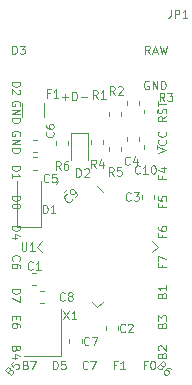
<source format=gto>
G04 #@! TF.GenerationSoftware,KiCad,Pcbnew,(5.1.6)-1*
G04 #@! TF.CreationDate,2020-12-03T15:36:38+08:00*
G04 #@! TF.ProjectId,Alvaro,416c7661-726f-42e6-9b69-6361645f7063,rev?*
G04 #@! TF.SameCoordinates,Original*
G04 #@! TF.FileFunction,Legend,Top*
G04 #@! TF.FilePolarity,Positive*
%FSLAX46Y46*%
G04 Gerber Fmt 4.6, Leading zero omitted, Abs format (unit mm)*
G04 Created by KiCad (PCBNEW (5.1.6)-1) date 2020-12-03 15:36:38*
%MOMM*%
%LPD*%
G01*
G04 APERTURE LIST*
%ADD10C,0.080000*%
%ADD11C,0.120000*%
G04 APERTURE END LIST*
D10*
X27720000Y-31100000D02*
X28253333Y-31100000D01*
X27986666Y-31366666D02*
X27986666Y-30833333D01*
X28586666Y-31366666D02*
X28586666Y-30666666D01*
X28753333Y-30666666D01*
X28853333Y-30700000D01*
X28920000Y-30766666D01*
X28953333Y-30833333D01*
X28986666Y-30966666D01*
X28986666Y-31066666D01*
X28953333Y-31200000D01*
X28920000Y-31266666D01*
X28853333Y-31333333D01*
X28753333Y-31366666D01*
X28586666Y-31366666D01*
X29286666Y-31100000D02*
X29820000Y-31100000D01*
X23287297Y-54261991D02*
X23381578Y-54214851D01*
X23428719Y-54214851D01*
X23499429Y-54238421D01*
X23570140Y-54309132D01*
X23593710Y-54379842D01*
X23593710Y-54426983D01*
X23570140Y-54497693D01*
X23381578Y-54686255D01*
X22886603Y-54191280D01*
X23051595Y-54026289D01*
X23122306Y-54002719D01*
X23169446Y-54002719D01*
X23240157Y-54026289D01*
X23287297Y-54073429D01*
X23310867Y-54144140D01*
X23310867Y-54191280D01*
X23287297Y-54261991D01*
X23122306Y-54426983D01*
X23617280Y-53460603D02*
X23381578Y-53696306D01*
X23593710Y-53955578D01*
X23593710Y-53908438D01*
X23617280Y-53837727D01*
X23735132Y-53719876D01*
X23805842Y-53696306D01*
X23852983Y-53696306D01*
X23923693Y-53719876D01*
X24041544Y-53837727D01*
X24065115Y-53908438D01*
X24065115Y-53955578D01*
X24041544Y-54026289D01*
X23923693Y-54144140D01*
X23852983Y-54167710D01*
X23805842Y-54167710D01*
X23827000Y-52416666D02*
X23793666Y-52516666D01*
X23760333Y-52550000D01*
X23693666Y-52583333D01*
X23593666Y-52583333D01*
X23527000Y-52550000D01*
X23493666Y-52516666D01*
X23460333Y-52450000D01*
X23460333Y-52183333D01*
X24160333Y-52183333D01*
X24160333Y-52416666D01*
X24127000Y-52483333D01*
X24093666Y-52516666D01*
X24027000Y-52550000D01*
X23960333Y-52550000D01*
X23893666Y-52516666D01*
X23860333Y-52483333D01*
X23827000Y-52416666D01*
X23827000Y-52183333D01*
X23927000Y-53183333D02*
X23460333Y-53183333D01*
X24193666Y-53016666D02*
X23693666Y-52850000D01*
X23693666Y-53283333D01*
X23827000Y-49676666D02*
X23827000Y-49910000D01*
X23460333Y-50010000D02*
X23460333Y-49676666D01*
X24160333Y-49676666D01*
X24160333Y-50010000D01*
X24160333Y-50610000D02*
X24160333Y-50476666D01*
X24127000Y-50410000D01*
X24093666Y-50376666D01*
X23993666Y-50310000D01*
X23860333Y-50276666D01*
X23593666Y-50276666D01*
X23527000Y-50310000D01*
X23493666Y-50343333D01*
X23460333Y-50410000D01*
X23460333Y-50543333D01*
X23493666Y-50610000D01*
X23527000Y-50643333D01*
X23593666Y-50676666D01*
X23760333Y-50676666D01*
X23827000Y-50643333D01*
X23860333Y-50610000D01*
X23893666Y-50543333D01*
X23893666Y-50410000D01*
X23860333Y-50343333D01*
X23827000Y-50310000D01*
X23760333Y-50276666D01*
X23460333Y-47357333D02*
X24160333Y-47357333D01*
X24160333Y-47524000D01*
X24127000Y-47624000D01*
X24060333Y-47690666D01*
X23993666Y-47724000D01*
X23860333Y-47757333D01*
X23760333Y-47757333D01*
X23627000Y-47724000D01*
X23560333Y-47690666D01*
X23493666Y-47624000D01*
X23460333Y-47524000D01*
X23460333Y-47357333D01*
X24160333Y-47990666D02*
X24160333Y-48457333D01*
X23460333Y-48157333D01*
X23527000Y-44963333D02*
X23493666Y-44930000D01*
X23460333Y-44830000D01*
X23460333Y-44763333D01*
X23493666Y-44663333D01*
X23560333Y-44596666D01*
X23627000Y-44563333D01*
X23760333Y-44530000D01*
X23860333Y-44530000D01*
X23993666Y-44563333D01*
X24060333Y-44596666D01*
X24127000Y-44663333D01*
X24160333Y-44763333D01*
X24160333Y-44830000D01*
X24127000Y-44930000D01*
X24093666Y-44963333D01*
X24160333Y-45563333D02*
X24160333Y-45430000D01*
X24127000Y-45363333D01*
X24093666Y-45330000D01*
X23993666Y-45263333D01*
X23860333Y-45230000D01*
X23593666Y-45230000D01*
X23527000Y-45263333D01*
X23493666Y-45296666D01*
X23460333Y-45363333D01*
X23460333Y-45496666D01*
X23493666Y-45563333D01*
X23527000Y-45596666D01*
X23593666Y-45630000D01*
X23760333Y-45630000D01*
X23827000Y-45596666D01*
X23860333Y-45563333D01*
X23893666Y-45496666D01*
X23893666Y-45363333D01*
X23860333Y-45296666D01*
X23827000Y-45263333D01*
X23760333Y-45230000D01*
X23460333Y-42023333D02*
X24160333Y-42023333D01*
X24160333Y-42190000D01*
X24127000Y-42290000D01*
X24060333Y-42356666D01*
X23993666Y-42390000D01*
X23860333Y-42423333D01*
X23760333Y-42423333D01*
X23627000Y-42390000D01*
X23560333Y-42356666D01*
X23493666Y-42290000D01*
X23460333Y-42190000D01*
X23460333Y-42023333D01*
X23927000Y-43023333D02*
X23460333Y-43023333D01*
X24193666Y-42856666D02*
X23693666Y-42690000D01*
X23693666Y-43123333D01*
X23460333Y-39483333D02*
X24160333Y-39483333D01*
X24160333Y-39650000D01*
X24127000Y-39750000D01*
X24060333Y-39816666D01*
X23993666Y-39850000D01*
X23860333Y-39883333D01*
X23760333Y-39883333D01*
X23627000Y-39850000D01*
X23560333Y-39816666D01*
X23493666Y-39750000D01*
X23460333Y-39650000D01*
X23460333Y-39483333D01*
X24160333Y-40316666D02*
X24160333Y-40383333D01*
X24127000Y-40450000D01*
X24093666Y-40483333D01*
X24027000Y-40516666D01*
X23893666Y-40550000D01*
X23727000Y-40550000D01*
X23593666Y-40516666D01*
X23527000Y-40483333D01*
X23493666Y-40450000D01*
X23460333Y-40383333D01*
X23460333Y-40316666D01*
X23493666Y-40250000D01*
X23527000Y-40216666D01*
X23593666Y-40183333D01*
X23727000Y-40150000D01*
X23893666Y-40150000D01*
X24027000Y-40183333D01*
X24093666Y-40216666D01*
X24127000Y-40250000D01*
X24160333Y-40316666D01*
X23460333Y-36943333D02*
X24160333Y-36943333D01*
X24160333Y-37110000D01*
X24127000Y-37210000D01*
X24060333Y-37276666D01*
X23993666Y-37310000D01*
X23860333Y-37343333D01*
X23760333Y-37343333D01*
X23627000Y-37310000D01*
X23560333Y-37276666D01*
X23493666Y-37210000D01*
X23460333Y-37110000D01*
X23460333Y-36943333D01*
X23460333Y-38010000D02*
X23460333Y-37610000D01*
X23460333Y-37810000D02*
X24160333Y-37810000D01*
X24060333Y-37743333D01*
X23993666Y-37676666D01*
X23960333Y-37610000D01*
X24127000Y-34386666D02*
X24160333Y-34320000D01*
X24160333Y-34220000D01*
X24127000Y-34120000D01*
X24060333Y-34053333D01*
X23993666Y-34020000D01*
X23860333Y-33986666D01*
X23760333Y-33986666D01*
X23627000Y-34020000D01*
X23560333Y-34053333D01*
X23493666Y-34120000D01*
X23460333Y-34220000D01*
X23460333Y-34286666D01*
X23493666Y-34386666D01*
X23527000Y-34420000D01*
X23760333Y-34420000D01*
X23760333Y-34286666D01*
X23460333Y-34720000D02*
X24160333Y-34720000D01*
X23460333Y-35120000D01*
X24160333Y-35120000D01*
X23460333Y-35453333D02*
X24160333Y-35453333D01*
X24160333Y-35620000D01*
X24127000Y-35720000D01*
X24060333Y-35786666D01*
X23993666Y-35820000D01*
X23860333Y-35853333D01*
X23760333Y-35853333D01*
X23627000Y-35820000D01*
X23560333Y-35786666D01*
X23493666Y-35720000D01*
X23460333Y-35620000D01*
X23460333Y-35453333D01*
X24127000Y-31846666D02*
X24160333Y-31780000D01*
X24160333Y-31680000D01*
X24127000Y-31580000D01*
X24060333Y-31513333D01*
X23993666Y-31480000D01*
X23860333Y-31446666D01*
X23760333Y-31446666D01*
X23627000Y-31480000D01*
X23560333Y-31513333D01*
X23493666Y-31580000D01*
X23460333Y-31680000D01*
X23460333Y-31746666D01*
X23493666Y-31846666D01*
X23527000Y-31880000D01*
X23760333Y-31880000D01*
X23760333Y-31746666D01*
X23460333Y-32180000D02*
X24160333Y-32180000D01*
X23460333Y-32580000D01*
X24160333Y-32580000D01*
X23460333Y-32913333D02*
X24160333Y-32913333D01*
X24160333Y-33080000D01*
X24127000Y-33180000D01*
X24060333Y-33246666D01*
X23993666Y-33280000D01*
X23860333Y-33313333D01*
X23760333Y-33313333D01*
X23627000Y-33280000D01*
X23560333Y-33246666D01*
X23493666Y-33180000D01*
X23460333Y-33080000D01*
X23460333Y-32913333D01*
X23460333Y-29831333D02*
X24160333Y-29831333D01*
X24160333Y-29998000D01*
X24127000Y-30098000D01*
X24060333Y-30164666D01*
X23993666Y-30198000D01*
X23860333Y-30231333D01*
X23760333Y-30231333D01*
X23627000Y-30198000D01*
X23560333Y-30164666D01*
X23493666Y-30098000D01*
X23460333Y-29998000D01*
X23460333Y-29831333D01*
X24093666Y-30498000D02*
X24127000Y-30531333D01*
X24160333Y-30598000D01*
X24160333Y-30764666D01*
X24127000Y-30831333D01*
X24093666Y-30864666D01*
X24027000Y-30898000D01*
X23960333Y-30898000D01*
X23860333Y-30864666D01*
X23460333Y-30464666D01*
X23460333Y-30898000D01*
X23508333Y-27466666D02*
X23508333Y-26766666D01*
X23675000Y-26766666D01*
X23775000Y-26800000D01*
X23841666Y-26866666D01*
X23875000Y-26933333D01*
X23908333Y-27066666D01*
X23908333Y-27166666D01*
X23875000Y-27300000D01*
X23841666Y-27366666D01*
X23775000Y-27433333D01*
X23675000Y-27466666D01*
X23508333Y-27466666D01*
X24141666Y-26766666D02*
X24575000Y-26766666D01*
X24341666Y-27033333D01*
X24441666Y-27033333D01*
X24508333Y-27066666D01*
X24541666Y-27100000D01*
X24575000Y-27166666D01*
X24575000Y-27333333D01*
X24541666Y-27400000D01*
X24508333Y-27433333D01*
X24441666Y-27466666D01*
X24241666Y-27466666D01*
X24175000Y-27433333D01*
X24141666Y-27400000D01*
X35136667Y-27469666D02*
X34903334Y-27136333D01*
X34736667Y-27469666D02*
X34736667Y-26769666D01*
X35003334Y-26769666D01*
X35070001Y-26803000D01*
X35103334Y-26836333D01*
X35136667Y-26903000D01*
X35136667Y-27003000D01*
X35103334Y-27069666D01*
X35070001Y-27103000D01*
X35003334Y-27136333D01*
X34736667Y-27136333D01*
X35403334Y-27269666D02*
X35736667Y-27269666D01*
X35336667Y-27469666D02*
X35570001Y-26769666D01*
X35803334Y-27469666D01*
X35970001Y-26769666D02*
X36136667Y-27469666D01*
X36270001Y-26969666D01*
X36403334Y-27469666D01*
X36570001Y-26769666D01*
X35036666Y-29800000D02*
X34970000Y-29766666D01*
X34870000Y-29766666D01*
X34770000Y-29800000D01*
X34703333Y-29866666D01*
X34670000Y-29933333D01*
X34636666Y-30066666D01*
X34636666Y-30166666D01*
X34670000Y-30300000D01*
X34703333Y-30366666D01*
X34770000Y-30433333D01*
X34870000Y-30466666D01*
X34936666Y-30466666D01*
X35036666Y-30433333D01*
X35070000Y-30400000D01*
X35070000Y-30166666D01*
X34936666Y-30166666D01*
X35370000Y-30466666D02*
X35370000Y-29766666D01*
X35770000Y-30466666D01*
X35770000Y-29766666D01*
X36103333Y-30466666D02*
X36103333Y-29766666D01*
X36270000Y-29766666D01*
X36370000Y-29800000D01*
X36436666Y-29866666D01*
X36470000Y-29933333D01*
X36503333Y-30066666D01*
X36503333Y-30166666D01*
X36470000Y-30300000D01*
X36436666Y-30366666D01*
X36370000Y-30433333D01*
X36270000Y-30466666D01*
X36103333Y-30466666D01*
X36539666Y-32763333D02*
X36206333Y-32996666D01*
X36539666Y-33163333D02*
X35839666Y-33163333D01*
X35839666Y-32896666D01*
X35873000Y-32830000D01*
X35906333Y-32796666D01*
X35973000Y-32763333D01*
X36073000Y-32763333D01*
X36139666Y-32796666D01*
X36173000Y-32830000D01*
X36206333Y-32896666D01*
X36206333Y-33163333D01*
X36506333Y-32496666D02*
X36539666Y-32396666D01*
X36539666Y-32230000D01*
X36506333Y-32163333D01*
X36473000Y-32130000D01*
X36406333Y-32096666D01*
X36339666Y-32096666D01*
X36273000Y-32130000D01*
X36239666Y-32163333D01*
X36206333Y-32230000D01*
X36173000Y-32363333D01*
X36139666Y-32430000D01*
X36106333Y-32463333D01*
X36039666Y-32496666D01*
X35973000Y-32496666D01*
X35906333Y-32463333D01*
X35873000Y-32430000D01*
X35839666Y-32363333D01*
X35839666Y-32196666D01*
X35873000Y-32096666D01*
X35839666Y-31896666D02*
X35839666Y-31496666D01*
X36539666Y-31696666D02*
X35839666Y-31696666D01*
X35839666Y-35853333D02*
X36539666Y-35620000D01*
X35839666Y-35386666D01*
X36473000Y-34753333D02*
X36506333Y-34786666D01*
X36539666Y-34886666D01*
X36539666Y-34953333D01*
X36506333Y-35053333D01*
X36439666Y-35120000D01*
X36373000Y-35153333D01*
X36239666Y-35186666D01*
X36139666Y-35186666D01*
X36006333Y-35153333D01*
X35939666Y-35120000D01*
X35873000Y-35053333D01*
X35839666Y-34953333D01*
X35839666Y-34886666D01*
X35873000Y-34786666D01*
X35906333Y-34753333D01*
X36473000Y-34053333D02*
X36506333Y-34086666D01*
X36539666Y-34186666D01*
X36539666Y-34253333D01*
X36506333Y-34353333D01*
X36439666Y-34420000D01*
X36373000Y-34453333D01*
X36239666Y-34486666D01*
X36139666Y-34486666D01*
X36006333Y-34453333D01*
X35939666Y-34420000D01*
X35873000Y-34353333D01*
X35839666Y-34253333D01*
X35839666Y-34186666D01*
X35873000Y-34086666D01*
X35906333Y-34053333D01*
X36173000Y-37820333D02*
X36173000Y-38053666D01*
X36539666Y-38053666D02*
X35839666Y-38053666D01*
X35839666Y-37720333D01*
X36073000Y-37153666D02*
X36539666Y-37153666D01*
X35806333Y-37320333D02*
X36306333Y-37487000D01*
X36306333Y-37053666D01*
X36173000Y-40233333D02*
X36173000Y-40466666D01*
X36539666Y-40466666D02*
X35839666Y-40466666D01*
X35839666Y-40133333D01*
X35839666Y-39533333D02*
X35839666Y-39866666D01*
X36173000Y-39900000D01*
X36139666Y-39866666D01*
X36106333Y-39800000D01*
X36106333Y-39633333D01*
X36139666Y-39566666D01*
X36173000Y-39533333D01*
X36239666Y-39500000D01*
X36406333Y-39500000D01*
X36473000Y-39533333D01*
X36506333Y-39566666D01*
X36539666Y-39633333D01*
X36539666Y-39800000D01*
X36506333Y-39866666D01*
X36473000Y-39900000D01*
X36173000Y-42773333D02*
X36173000Y-43006666D01*
X36539666Y-43006666D02*
X35839666Y-43006666D01*
X35839666Y-42673333D01*
X35839666Y-42106666D02*
X35839666Y-42240000D01*
X35873000Y-42306666D01*
X35906333Y-42340000D01*
X36006333Y-42406666D01*
X36139666Y-42440000D01*
X36406333Y-42440000D01*
X36473000Y-42406666D01*
X36506333Y-42373333D01*
X36539666Y-42306666D01*
X36539666Y-42173333D01*
X36506333Y-42106666D01*
X36473000Y-42073333D01*
X36406333Y-42040000D01*
X36239666Y-42040000D01*
X36173000Y-42073333D01*
X36139666Y-42106666D01*
X36106333Y-42173333D01*
X36106333Y-42306666D01*
X36139666Y-42373333D01*
X36173000Y-42406666D01*
X36239666Y-42440000D01*
X36173000Y-45313333D02*
X36173000Y-45546666D01*
X36539666Y-45546666D02*
X35839666Y-45546666D01*
X35839666Y-45213333D01*
X35839666Y-45013333D02*
X35839666Y-44546666D01*
X36539666Y-44846666D01*
X36173000Y-47903333D02*
X36206333Y-47803333D01*
X36239666Y-47770000D01*
X36306333Y-47736666D01*
X36406333Y-47736666D01*
X36473000Y-47770000D01*
X36506333Y-47803333D01*
X36539666Y-47870000D01*
X36539666Y-48136666D01*
X35839666Y-48136666D01*
X35839666Y-47903333D01*
X35873000Y-47836666D01*
X35906333Y-47803333D01*
X35973000Y-47770000D01*
X36039666Y-47770000D01*
X36106333Y-47803333D01*
X36139666Y-47836666D01*
X36173000Y-47903333D01*
X36173000Y-48136666D01*
X36539666Y-47070000D02*
X36539666Y-47470000D01*
X36539666Y-47270000D02*
X35839666Y-47270000D01*
X35939666Y-47336666D01*
X36006333Y-47403333D01*
X36039666Y-47470000D01*
X36173000Y-50443333D02*
X36206333Y-50343333D01*
X36239666Y-50310000D01*
X36306333Y-50276666D01*
X36406333Y-50276666D01*
X36473000Y-50310000D01*
X36506333Y-50343333D01*
X36539666Y-50410000D01*
X36539666Y-50676666D01*
X35839666Y-50676666D01*
X35839666Y-50443333D01*
X35873000Y-50376666D01*
X35906333Y-50343333D01*
X35973000Y-50310000D01*
X36039666Y-50310000D01*
X36106333Y-50343333D01*
X36139666Y-50376666D01*
X36173000Y-50443333D01*
X36173000Y-50676666D01*
X35839666Y-50043333D02*
X35839666Y-49610000D01*
X36106333Y-49843333D01*
X36106333Y-49743333D01*
X36139666Y-49676666D01*
X36173000Y-49643333D01*
X36239666Y-49610000D01*
X36406333Y-49610000D01*
X36473000Y-49643333D01*
X36506333Y-49676666D01*
X36539666Y-49743333D01*
X36539666Y-49943333D01*
X36506333Y-50010000D01*
X36473000Y-50043333D01*
X36173000Y-52983333D02*
X36206333Y-52883333D01*
X36239666Y-52850000D01*
X36306333Y-52816666D01*
X36406333Y-52816666D01*
X36473000Y-52850000D01*
X36506333Y-52883333D01*
X36539666Y-52950000D01*
X36539666Y-53216666D01*
X35839666Y-53216666D01*
X35839666Y-52983333D01*
X35873000Y-52916666D01*
X35906333Y-52883333D01*
X35973000Y-52850000D01*
X36039666Y-52850000D01*
X36106333Y-52883333D01*
X36139666Y-52916666D01*
X36173000Y-52983333D01*
X36173000Y-53216666D01*
X35906333Y-52550000D02*
X35873000Y-52516666D01*
X35839666Y-52450000D01*
X35839666Y-52283333D01*
X35873000Y-52216666D01*
X35906333Y-52183333D01*
X35973000Y-52150000D01*
X36039666Y-52150000D01*
X36139666Y-52183333D01*
X36539666Y-52583333D01*
X36539666Y-52150000D01*
X36185008Y-53861297D02*
X36232148Y-53955578D01*
X36232148Y-54002719D01*
X36208578Y-54073429D01*
X36137867Y-54144140D01*
X36067157Y-54167710D01*
X36020016Y-54167710D01*
X35949306Y-54144140D01*
X35760744Y-53955578D01*
X36255719Y-53460603D01*
X36420710Y-53625595D01*
X36444280Y-53696306D01*
X36444280Y-53743446D01*
X36420710Y-53814157D01*
X36373570Y-53861297D01*
X36302859Y-53884867D01*
X36255719Y-53884867D01*
X36185008Y-53861297D01*
X36020016Y-53696306D01*
X36962825Y-54167710D02*
X36868544Y-54073429D01*
X36797834Y-54049859D01*
X36750693Y-54049859D01*
X36632842Y-54073429D01*
X36514991Y-54144140D01*
X36326429Y-54332702D01*
X36302859Y-54403412D01*
X36302859Y-54450553D01*
X36326429Y-54521264D01*
X36420710Y-54615544D01*
X36491421Y-54639115D01*
X36538561Y-54639115D01*
X36609272Y-54615544D01*
X36727123Y-54497693D01*
X36750693Y-54426983D01*
X36750693Y-54379842D01*
X36727123Y-54309132D01*
X36632842Y-54214851D01*
X36562132Y-54191280D01*
X36514991Y-54191280D01*
X36444280Y-54214851D01*
X34846666Y-53793000D02*
X34613333Y-53793000D01*
X34613333Y-54159666D02*
X34613333Y-53459666D01*
X34946666Y-53459666D01*
X35346666Y-53459666D02*
X35413333Y-53459666D01*
X35480000Y-53493000D01*
X35513333Y-53526333D01*
X35546666Y-53593000D01*
X35580000Y-53726333D01*
X35580000Y-53893000D01*
X35546666Y-54026333D01*
X35513333Y-54093000D01*
X35480000Y-54126333D01*
X35413333Y-54159666D01*
X35346666Y-54159666D01*
X35280000Y-54126333D01*
X35246666Y-54093000D01*
X35213333Y-54026333D01*
X35180000Y-53893000D01*
X35180000Y-53726333D01*
X35213333Y-53593000D01*
X35246666Y-53526333D01*
X35280000Y-53493000D01*
X35346666Y-53459666D01*
X32306666Y-53793000D02*
X32073333Y-53793000D01*
X32073333Y-54159666D02*
X32073333Y-53459666D01*
X32406666Y-53459666D01*
X33040000Y-54159666D02*
X32640000Y-54159666D01*
X32840000Y-54159666D02*
X32840000Y-53459666D01*
X32773333Y-53559666D01*
X32706666Y-53626333D01*
X32640000Y-53659666D01*
X29883333Y-54093000D02*
X29850000Y-54126333D01*
X29750000Y-54159666D01*
X29683333Y-54159666D01*
X29583333Y-54126333D01*
X29516666Y-54059666D01*
X29483333Y-53993000D01*
X29450000Y-53859666D01*
X29450000Y-53759666D01*
X29483333Y-53626333D01*
X29516666Y-53559666D01*
X29583333Y-53493000D01*
X29683333Y-53459666D01*
X29750000Y-53459666D01*
X29850000Y-53493000D01*
X29883333Y-53526333D01*
X30116666Y-53459666D02*
X30583333Y-53459666D01*
X30283333Y-54159666D01*
X26943333Y-54159666D02*
X26943333Y-53459666D01*
X27110000Y-53459666D01*
X27210000Y-53493000D01*
X27276666Y-53559666D01*
X27310000Y-53626333D01*
X27343333Y-53759666D01*
X27343333Y-53859666D01*
X27310000Y-53993000D01*
X27276666Y-54059666D01*
X27210000Y-54126333D01*
X27110000Y-54159666D01*
X26943333Y-54159666D01*
X27976666Y-53459666D02*
X27643333Y-53459666D01*
X27610000Y-53793000D01*
X27643333Y-53759666D01*
X27710000Y-53726333D01*
X27876666Y-53726333D01*
X27943333Y-53759666D01*
X27976666Y-53793000D01*
X28010000Y-53859666D01*
X28010000Y-54026333D01*
X27976666Y-54093000D01*
X27943333Y-54126333D01*
X27876666Y-54159666D01*
X27710000Y-54159666D01*
X27643333Y-54126333D01*
X27610000Y-54093000D01*
X24636666Y-53793000D02*
X24736666Y-53826333D01*
X24770000Y-53859666D01*
X24803333Y-53926333D01*
X24803333Y-54026333D01*
X24770000Y-54093000D01*
X24736666Y-54126333D01*
X24670000Y-54159666D01*
X24403333Y-54159666D01*
X24403333Y-53459666D01*
X24636666Y-53459666D01*
X24703333Y-53493000D01*
X24736666Y-53526333D01*
X24770000Y-53593000D01*
X24770000Y-53659666D01*
X24736666Y-53726333D01*
X24703333Y-53759666D01*
X24636666Y-53793000D01*
X24403333Y-53793000D01*
X25036666Y-53459666D02*
X25503333Y-53459666D01*
X25203333Y-54159666D01*
D11*
X27650000Y-53049000D02*
X27650000Y-49049000D01*
X24450000Y-53049000D02*
X27650000Y-53049000D01*
D10*
X30700000Y-38680547D02*
X31173762Y-39154308D01*
X25580547Y-43800000D02*
X26054308Y-43326238D01*
X25580547Y-43800000D02*
X26054308Y-44273762D01*
X35819453Y-43800000D02*
X35345692Y-43326238D01*
X35819453Y-43800000D02*
X35345692Y-44273762D01*
X30700000Y-48919453D02*
X30226238Y-48445692D01*
X30700000Y-48919453D02*
X31173762Y-48445692D01*
D11*
X28465000Y-34165000D02*
X28465000Y-36450000D01*
X29935000Y-34165000D02*
X28465000Y-34165000D01*
X29935000Y-36450000D02*
X29935000Y-34165000D01*
D10*
X25612779Y-37260000D02*
X25287221Y-37260000D01*
X25612779Y-36240000D02*
X25287221Y-36240000D01*
X35710000Y-35512779D02*
X35710000Y-35187221D01*
X34690000Y-35512779D02*
X34690000Y-35187221D01*
D11*
X26180000Y-32802064D02*
X26180000Y-31597936D01*
X24360000Y-32802064D02*
X24360000Y-31597936D01*
X23900000Y-42100000D02*
X23900000Y-38200000D01*
X25900000Y-42100000D02*
X25900000Y-38200000D01*
X23900000Y-42100000D02*
X25900000Y-42100000D01*
D10*
X27190000Y-35162779D02*
X27190000Y-34837221D01*
X28210000Y-35162779D02*
X28210000Y-34837221D01*
X32710000Y-35712779D02*
X32710000Y-35387221D01*
X31690000Y-35712779D02*
X31690000Y-35387221D01*
X31210000Y-35062779D02*
X31210000Y-34737221D01*
X30190000Y-35062779D02*
X30190000Y-34737221D01*
X35710000Y-32187221D02*
X35710000Y-32512779D01*
X34690000Y-32187221D02*
X34690000Y-32512779D01*
X34210000Y-31812779D02*
X34210000Y-31487221D01*
X33190000Y-31812779D02*
X33190000Y-31487221D01*
X32710000Y-32712779D02*
X32710000Y-32387221D01*
X31690000Y-32712779D02*
X31690000Y-32387221D01*
X27895522Y-39175727D02*
X28125727Y-38945522D01*
X27174273Y-38454478D02*
X27404478Y-38224273D01*
X25837221Y-48560000D02*
X26162779Y-48560000D01*
X25837221Y-47540000D02*
X26162779Y-47540000D01*
X28340000Y-51962779D02*
X28340000Y-51637221D01*
X29360000Y-51962779D02*
X29360000Y-51637221D01*
X25612779Y-34740000D02*
X25287221Y-34740000D01*
X25612779Y-35760000D02*
X25287221Y-35760000D01*
X34210000Y-34812779D02*
X34210000Y-34487221D01*
X33190000Y-34812779D02*
X33190000Y-34487221D01*
X35460000Y-39424721D02*
X35460000Y-39750279D01*
X34440000Y-39424721D02*
X34440000Y-39750279D01*
X32435000Y-50537221D02*
X32435000Y-50862779D01*
X31415000Y-50537221D02*
X31415000Y-50862779D01*
X25512779Y-47060000D02*
X25187221Y-47060000D01*
X25512779Y-46040000D02*
X25187221Y-46040000D01*
X36916666Y-23716666D02*
X36916666Y-24216666D01*
X36883333Y-24316666D01*
X36816666Y-24383333D01*
X36716666Y-24416666D01*
X36650000Y-24416666D01*
X37250000Y-24416666D02*
X37250000Y-23716666D01*
X37516666Y-23716666D01*
X37583333Y-23750000D01*
X37616666Y-23783333D01*
X37650000Y-23850000D01*
X37650000Y-23950000D01*
X37616666Y-24016666D01*
X37583333Y-24050000D01*
X37516666Y-24083333D01*
X37250000Y-24083333D01*
X38316666Y-24416666D02*
X37916666Y-24416666D01*
X38116666Y-24416666D02*
X38116666Y-23716666D01*
X38050000Y-23816666D01*
X37983333Y-23883333D01*
X37916666Y-23916666D01*
X27833333Y-49215666D02*
X28300000Y-49915666D01*
X28300000Y-49215666D02*
X27833333Y-49915666D01*
X28933333Y-49915666D02*
X28533333Y-49915666D01*
X28733333Y-49915666D02*
X28733333Y-49215666D01*
X28666666Y-49315666D01*
X28600000Y-49382333D01*
X28533333Y-49415666D01*
X24291666Y-43416666D02*
X24291666Y-43983333D01*
X24325000Y-44050000D01*
X24358333Y-44083333D01*
X24425000Y-44116666D01*
X24558333Y-44116666D01*
X24625000Y-44083333D01*
X24658333Y-44050000D01*
X24691666Y-43983333D01*
X24691666Y-43416666D01*
X25391666Y-44116666D02*
X24991666Y-44116666D01*
X25191666Y-44116666D02*
X25191666Y-43416666D01*
X25125000Y-43516666D01*
X25058333Y-43583333D01*
X24991666Y-43616666D01*
X28933333Y-37866666D02*
X28933333Y-37166666D01*
X29100000Y-37166666D01*
X29200000Y-37200000D01*
X29266666Y-37266666D01*
X29300000Y-37333333D01*
X29333333Y-37466666D01*
X29333333Y-37566666D01*
X29300000Y-37700000D01*
X29266666Y-37766666D01*
X29200000Y-37833333D01*
X29100000Y-37866666D01*
X28933333Y-37866666D01*
X29600000Y-37233333D02*
X29633333Y-37200000D01*
X29700000Y-37166666D01*
X29866666Y-37166666D01*
X29933333Y-37200000D01*
X29966666Y-37233333D01*
X30000000Y-37300000D01*
X30000000Y-37366666D01*
X29966666Y-37466666D01*
X29566666Y-37866666D01*
X30000000Y-37866666D01*
X26583333Y-38250000D02*
X26550000Y-38283333D01*
X26450000Y-38316666D01*
X26383333Y-38316666D01*
X26283333Y-38283333D01*
X26216666Y-38216666D01*
X26183333Y-38150000D01*
X26150000Y-38016666D01*
X26150000Y-37916666D01*
X26183333Y-37783333D01*
X26216666Y-37716666D01*
X26283333Y-37650000D01*
X26383333Y-37616666D01*
X26450000Y-37616666D01*
X26550000Y-37650000D01*
X26583333Y-37683333D01*
X27216666Y-37616666D02*
X26883333Y-37616666D01*
X26850000Y-37950000D01*
X26883333Y-37916666D01*
X26950000Y-37883333D01*
X27116666Y-37883333D01*
X27183333Y-37916666D01*
X27216666Y-37950000D01*
X27250000Y-38016666D01*
X27250000Y-38183333D01*
X27216666Y-38250000D01*
X27183333Y-38283333D01*
X27116666Y-38316666D01*
X26950000Y-38316666D01*
X26883333Y-38283333D01*
X26850000Y-38250000D01*
X34300000Y-37550000D02*
X34266666Y-37583333D01*
X34166666Y-37616666D01*
X34100000Y-37616666D01*
X34000000Y-37583333D01*
X33933333Y-37516666D01*
X33900000Y-37450000D01*
X33866666Y-37316666D01*
X33866666Y-37216666D01*
X33900000Y-37083333D01*
X33933333Y-37016666D01*
X34000000Y-36950000D01*
X34100000Y-36916666D01*
X34166666Y-36916666D01*
X34266666Y-36950000D01*
X34300000Y-36983333D01*
X34966666Y-37616666D02*
X34566666Y-37616666D01*
X34766666Y-37616666D02*
X34766666Y-36916666D01*
X34700000Y-37016666D01*
X34633333Y-37083333D01*
X34566666Y-37116666D01*
X35400000Y-36916666D02*
X35466666Y-36916666D01*
X35533333Y-36950000D01*
X35566666Y-36983333D01*
X35600000Y-37050000D01*
X35633333Y-37183333D01*
X35633333Y-37350000D01*
X35600000Y-37483333D01*
X35566666Y-37550000D01*
X35533333Y-37583333D01*
X35466666Y-37616666D01*
X35400000Y-37616666D01*
X35333333Y-37583333D01*
X35300000Y-37550000D01*
X35266666Y-37483333D01*
X35233333Y-37350000D01*
X35233333Y-37183333D01*
X35266666Y-37050000D01*
X35300000Y-36983333D01*
X35333333Y-36950000D01*
X35400000Y-36916666D01*
X26666666Y-30800000D02*
X26433333Y-30800000D01*
X26433333Y-31166666D02*
X26433333Y-30466666D01*
X26766666Y-30466666D01*
X27400000Y-31166666D02*
X27000000Y-31166666D01*
X27200000Y-31166666D02*
X27200000Y-30466666D01*
X27133333Y-30566666D01*
X27066666Y-30633333D01*
X27000000Y-30666666D01*
X26083333Y-40966666D02*
X26083333Y-40266666D01*
X26250000Y-40266666D01*
X26350000Y-40300000D01*
X26416666Y-40366666D01*
X26450000Y-40433333D01*
X26483333Y-40566666D01*
X26483333Y-40666666D01*
X26450000Y-40800000D01*
X26416666Y-40866666D01*
X26350000Y-40933333D01*
X26250000Y-40966666D01*
X26083333Y-40966666D01*
X27150000Y-40966666D02*
X26750000Y-40966666D01*
X26950000Y-40966666D02*
X26950000Y-40266666D01*
X26883333Y-40366666D01*
X26816666Y-40433333D01*
X26750000Y-40466666D01*
X27583333Y-37266666D02*
X27350000Y-36933333D01*
X27183333Y-37266666D02*
X27183333Y-36566666D01*
X27450000Y-36566666D01*
X27516666Y-36600000D01*
X27550000Y-36633333D01*
X27583333Y-36700000D01*
X27583333Y-36800000D01*
X27550000Y-36866666D01*
X27516666Y-36900000D01*
X27450000Y-36933333D01*
X27183333Y-36933333D01*
X28183333Y-36566666D02*
X28050000Y-36566666D01*
X27983333Y-36600000D01*
X27950000Y-36633333D01*
X27883333Y-36733333D01*
X27850000Y-36866666D01*
X27850000Y-37133333D01*
X27883333Y-37200000D01*
X27916666Y-37233333D01*
X27983333Y-37266666D01*
X28116666Y-37266666D01*
X28183333Y-37233333D01*
X28216666Y-37200000D01*
X28250000Y-37133333D01*
X28250000Y-36966666D01*
X28216666Y-36900000D01*
X28183333Y-36866666D01*
X28116666Y-36833333D01*
X27983333Y-36833333D01*
X27916666Y-36866666D01*
X27883333Y-36900000D01*
X27850000Y-36966666D01*
X32083333Y-37766666D02*
X31850000Y-37433333D01*
X31683333Y-37766666D02*
X31683333Y-37066666D01*
X31950000Y-37066666D01*
X32016666Y-37100000D01*
X32050000Y-37133333D01*
X32083333Y-37200000D01*
X32083333Y-37300000D01*
X32050000Y-37366666D01*
X32016666Y-37400000D01*
X31950000Y-37433333D01*
X31683333Y-37433333D01*
X32716666Y-37066666D02*
X32383333Y-37066666D01*
X32350000Y-37400000D01*
X32383333Y-37366666D01*
X32450000Y-37333333D01*
X32616666Y-37333333D01*
X32683333Y-37366666D01*
X32716666Y-37400000D01*
X32750000Y-37466666D01*
X32750000Y-37633333D01*
X32716666Y-37700000D01*
X32683333Y-37733333D01*
X32616666Y-37766666D01*
X32450000Y-37766666D01*
X32383333Y-37733333D01*
X32350000Y-37700000D01*
X30583333Y-37116666D02*
X30350000Y-36783333D01*
X30183333Y-37116666D02*
X30183333Y-36416666D01*
X30450000Y-36416666D01*
X30516666Y-36450000D01*
X30550000Y-36483333D01*
X30583333Y-36550000D01*
X30583333Y-36650000D01*
X30550000Y-36716666D01*
X30516666Y-36750000D01*
X30450000Y-36783333D01*
X30183333Y-36783333D01*
X31183333Y-36650000D02*
X31183333Y-37116666D01*
X31016666Y-36383333D02*
X30850000Y-36883333D01*
X31283333Y-36883333D01*
X36383333Y-31466666D02*
X36150000Y-31133333D01*
X35983333Y-31466666D02*
X35983333Y-30766666D01*
X36250000Y-30766666D01*
X36316666Y-30800000D01*
X36350000Y-30833333D01*
X36383333Y-30900000D01*
X36383333Y-31000000D01*
X36350000Y-31066666D01*
X36316666Y-31100000D01*
X36250000Y-31133333D01*
X35983333Y-31133333D01*
X36616666Y-30766666D02*
X37050000Y-30766666D01*
X36816666Y-31033333D01*
X36916666Y-31033333D01*
X36983333Y-31066666D01*
X37016666Y-31100000D01*
X37050000Y-31166666D01*
X37050000Y-31333333D01*
X37016666Y-31400000D01*
X36983333Y-31433333D01*
X36916666Y-31466666D01*
X36716666Y-31466666D01*
X36650000Y-31433333D01*
X36616666Y-31400000D01*
X32183333Y-30916666D02*
X31950000Y-30583333D01*
X31783333Y-30916666D02*
X31783333Y-30216666D01*
X32050000Y-30216666D01*
X32116666Y-30250000D01*
X32150000Y-30283333D01*
X32183333Y-30350000D01*
X32183333Y-30450000D01*
X32150000Y-30516666D01*
X32116666Y-30550000D01*
X32050000Y-30583333D01*
X31783333Y-30583333D01*
X32450000Y-30283333D02*
X32483333Y-30250000D01*
X32550000Y-30216666D01*
X32716666Y-30216666D01*
X32783333Y-30250000D01*
X32816666Y-30283333D01*
X32850000Y-30350000D01*
X32850000Y-30416666D01*
X32816666Y-30516666D01*
X32416666Y-30916666D01*
X32850000Y-30916666D01*
X30733333Y-31266666D02*
X30500000Y-30933333D01*
X30333333Y-31266666D02*
X30333333Y-30566666D01*
X30600000Y-30566666D01*
X30666666Y-30600000D01*
X30700000Y-30633333D01*
X30733333Y-30700000D01*
X30733333Y-30800000D01*
X30700000Y-30866666D01*
X30666666Y-30900000D01*
X30600000Y-30933333D01*
X30333333Y-30933333D01*
X31400000Y-31266666D02*
X31000000Y-31266666D01*
X31200000Y-31266666D02*
X31200000Y-30566666D01*
X31133333Y-30666666D01*
X31066666Y-30733333D01*
X31000000Y-30766666D01*
X28544280Y-39759272D02*
X28544280Y-39806412D01*
X28497140Y-39900693D01*
X28450000Y-39947834D01*
X28355719Y-39994974D01*
X28261438Y-39994974D01*
X28190727Y-39971404D01*
X28072876Y-39900693D01*
X28002165Y-39829983D01*
X27931455Y-39712132D01*
X27907884Y-39641421D01*
X27907884Y-39547140D01*
X27955025Y-39452859D01*
X28002165Y-39405719D01*
X28096446Y-39358578D01*
X28143587Y-39358578D01*
X28827123Y-39570710D02*
X28921404Y-39476429D01*
X28944974Y-39405719D01*
X28944974Y-39358578D01*
X28921404Y-39240727D01*
X28850693Y-39122876D01*
X28662132Y-38934314D01*
X28591421Y-38910744D01*
X28544280Y-38910744D01*
X28473570Y-38934314D01*
X28379289Y-39028595D01*
X28355719Y-39099306D01*
X28355719Y-39146446D01*
X28379289Y-39217157D01*
X28497140Y-39335008D01*
X28567851Y-39358578D01*
X28614991Y-39358578D01*
X28685702Y-39335008D01*
X28779983Y-39240727D01*
X28803553Y-39170016D01*
X28803553Y-39122876D01*
X28779983Y-39052165D01*
X27933333Y-48300000D02*
X27900000Y-48333333D01*
X27800000Y-48366666D01*
X27733333Y-48366666D01*
X27633333Y-48333333D01*
X27566666Y-48266666D01*
X27533333Y-48200000D01*
X27500000Y-48066666D01*
X27500000Y-47966666D01*
X27533333Y-47833333D01*
X27566666Y-47766666D01*
X27633333Y-47700000D01*
X27733333Y-47666666D01*
X27800000Y-47666666D01*
X27900000Y-47700000D01*
X27933333Y-47733333D01*
X28333333Y-47966666D02*
X28266666Y-47933333D01*
X28233333Y-47900000D01*
X28200000Y-47833333D01*
X28200000Y-47800000D01*
X28233333Y-47733333D01*
X28266666Y-47700000D01*
X28333333Y-47666666D01*
X28466666Y-47666666D01*
X28533333Y-47700000D01*
X28566666Y-47733333D01*
X28600000Y-47800000D01*
X28600000Y-47833333D01*
X28566666Y-47900000D01*
X28533333Y-47933333D01*
X28466666Y-47966666D01*
X28333333Y-47966666D01*
X28266666Y-48000000D01*
X28233333Y-48033333D01*
X28200000Y-48100000D01*
X28200000Y-48233333D01*
X28233333Y-48300000D01*
X28266666Y-48333333D01*
X28333333Y-48366666D01*
X28466666Y-48366666D01*
X28533333Y-48333333D01*
X28566666Y-48300000D01*
X28600000Y-48233333D01*
X28600000Y-48100000D01*
X28566666Y-48033333D01*
X28533333Y-48000000D01*
X28466666Y-47966666D01*
X29983333Y-52050000D02*
X29950000Y-52083333D01*
X29850000Y-52116666D01*
X29783333Y-52116666D01*
X29683333Y-52083333D01*
X29616666Y-52016666D01*
X29583333Y-51950000D01*
X29550000Y-51816666D01*
X29550000Y-51716666D01*
X29583333Y-51583333D01*
X29616666Y-51516666D01*
X29683333Y-51450000D01*
X29783333Y-51416666D01*
X29850000Y-51416666D01*
X29950000Y-51450000D01*
X29983333Y-51483333D01*
X30216666Y-51416666D02*
X30683333Y-51416666D01*
X30383333Y-52116666D01*
X26950000Y-34066666D02*
X26983333Y-34100000D01*
X27016666Y-34200000D01*
X27016666Y-34266666D01*
X26983333Y-34366666D01*
X26916666Y-34433333D01*
X26850000Y-34466666D01*
X26716666Y-34500000D01*
X26616666Y-34500000D01*
X26483333Y-34466666D01*
X26416666Y-34433333D01*
X26350000Y-34366666D01*
X26316666Y-34266666D01*
X26316666Y-34200000D01*
X26350000Y-34100000D01*
X26383333Y-34066666D01*
X26316666Y-33466666D02*
X26316666Y-33600000D01*
X26350000Y-33666666D01*
X26383333Y-33700000D01*
X26483333Y-33766666D01*
X26616666Y-33800000D01*
X26883333Y-33800000D01*
X26950000Y-33766666D01*
X26983333Y-33733333D01*
X27016666Y-33666666D01*
X27016666Y-33533333D01*
X26983333Y-33466666D01*
X26950000Y-33433333D01*
X26883333Y-33400000D01*
X26716666Y-33400000D01*
X26650000Y-33433333D01*
X26616666Y-33466666D01*
X26583333Y-33533333D01*
X26583333Y-33666666D01*
X26616666Y-33733333D01*
X26650000Y-33766666D01*
X26716666Y-33800000D01*
X33433333Y-36800000D02*
X33400000Y-36833333D01*
X33300000Y-36866666D01*
X33233333Y-36866666D01*
X33133333Y-36833333D01*
X33066666Y-36766666D01*
X33033333Y-36700000D01*
X33000000Y-36566666D01*
X33000000Y-36466666D01*
X33033333Y-36333333D01*
X33066666Y-36266666D01*
X33133333Y-36200000D01*
X33233333Y-36166666D01*
X33300000Y-36166666D01*
X33400000Y-36200000D01*
X33433333Y-36233333D01*
X34033333Y-36400000D02*
X34033333Y-36866666D01*
X33866666Y-36133333D02*
X33700000Y-36633333D01*
X34133333Y-36633333D01*
X33533333Y-39837500D02*
X33500000Y-39870833D01*
X33400000Y-39904166D01*
X33333333Y-39904166D01*
X33233333Y-39870833D01*
X33166666Y-39804166D01*
X33133333Y-39737500D01*
X33100000Y-39604166D01*
X33100000Y-39504166D01*
X33133333Y-39370833D01*
X33166666Y-39304166D01*
X33233333Y-39237500D01*
X33333333Y-39204166D01*
X33400000Y-39204166D01*
X33500000Y-39237500D01*
X33533333Y-39270833D01*
X33766666Y-39204166D02*
X34200000Y-39204166D01*
X33966666Y-39470833D01*
X34066666Y-39470833D01*
X34133333Y-39504166D01*
X34166666Y-39537500D01*
X34200000Y-39604166D01*
X34200000Y-39770833D01*
X34166666Y-39837500D01*
X34133333Y-39870833D01*
X34066666Y-39904166D01*
X33866666Y-39904166D01*
X33800000Y-39870833D01*
X33766666Y-39837500D01*
X33033333Y-50950000D02*
X33000000Y-50983333D01*
X32900000Y-51016666D01*
X32833333Y-51016666D01*
X32733333Y-50983333D01*
X32666666Y-50916666D01*
X32633333Y-50850000D01*
X32600000Y-50716666D01*
X32600000Y-50616666D01*
X32633333Y-50483333D01*
X32666666Y-50416666D01*
X32733333Y-50350000D01*
X32833333Y-50316666D01*
X32900000Y-50316666D01*
X33000000Y-50350000D01*
X33033333Y-50383333D01*
X33300000Y-50383333D02*
X33333333Y-50350000D01*
X33400000Y-50316666D01*
X33566666Y-50316666D01*
X33633333Y-50350000D01*
X33666666Y-50383333D01*
X33700000Y-50450000D01*
X33700000Y-50516666D01*
X33666666Y-50616666D01*
X33266666Y-51016666D01*
X33700000Y-51016666D01*
X25233333Y-45675000D02*
X25200000Y-45708333D01*
X25100000Y-45741666D01*
X25033333Y-45741666D01*
X24933333Y-45708333D01*
X24866666Y-45641666D01*
X24833333Y-45575000D01*
X24800000Y-45441666D01*
X24800000Y-45341666D01*
X24833333Y-45208333D01*
X24866666Y-45141666D01*
X24933333Y-45075000D01*
X25033333Y-45041666D01*
X25100000Y-45041666D01*
X25200000Y-45075000D01*
X25233333Y-45108333D01*
X25900000Y-45741666D02*
X25500000Y-45741666D01*
X25700000Y-45741666D02*
X25700000Y-45041666D01*
X25633333Y-45141666D01*
X25566666Y-45208333D01*
X25500000Y-45241666D01*
M02*

</source>
